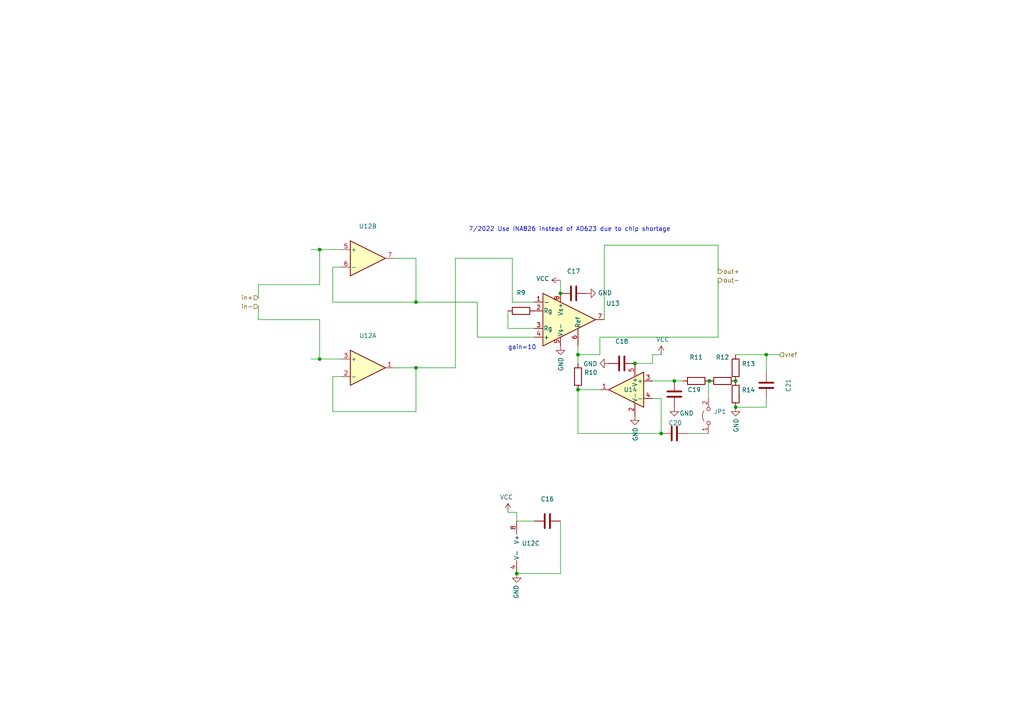
<source format=kicad_sch>
(kicad_sch (version 20211123) (generator eeschema)
  (paper "A4")
  (lib_symbols
    (symbol "0JLC-6:10" (pin_numbers hide) (pin_names (offset 0))
      (property "Reference" "R" (at 2.032 0 90))
      (property "Value" "10" (at 0 0 90))
      (symbol "10_0_1"
        (rectangle (start -1.016 -2.54) (end 1.016 2.54) (stroke (width 0.254)))
      )
      (symbol "10_1_1"
        (pin passive line (at 0 3.81 270) (length 1.27) (name "~") (number "1"))
        (pin passive line (at 0 -3.81 90) (length 1.27) (name "~") (number "2"))
      )
    )
    (symbol "0JLC-6:100" (pin_numbers hide) (pin_names (offset 0))
      (property "Reference" "R" (at 2.032 0 90))
      (property "Value" "100" (at 0 0 90))
      (symbol "100_0_1"
        (rectangle (start -1.016 -2.54) (end 1.016 2.54) (stroke (width 0.254)))
      )
      (symbol "100_1_1"
        (pin passive line (at 0 3.81 270) (length 1.27) (name "~") (number "1"))
        (pin passive line (at 0 -3.81 90) (length 1.27) (name "~") (number "2"))
      )
    )
    (symbol "0JLC-6:100nF" (pin_numbers hide) (pin_names (offset 0.254))
      (property "Reference" "C" (at 0.635 2.54 0))
      (property "Value" "100nF" (at 0.635 -2.54 0))
      (symbol "100nF_0_1"
        (polyline (pts (xy -2.032 -0.762) (xy 2.032 -0.762)) (stroke (width 0.508)))
        (polyline (pts (xy -2.032 0.762) (xy 2.032 0.762)) (stroke (width 0.508)))
      )
      (symbol "100nF_1_1"
        (pin passive line (at 0 3.81 270) (length 2.794) (name "~") (number "1"))
        (pin passive line (at 0 -3.81 90) (length 2.794) (name "~") (number "2"))
      )
    )
    (symbol "0JLC-6:10K" (pin_numbers hide) (pin_names (offset 0))
      (property "Reference" "R" (at 2.032 0 90))
      (property "Value" "10K" (at 0 0 90))
      (symbol "10K_0_1"
        (rectangle (start -1.016 -2.54) (end 1.016 2.54) (stroke (width 0.254)))
      )
      (symbol "10K_1_1"
        (pin passive line (at 0 3.81 270) (length 1.27) (name "~") (number "1"))
        (pin passive line (at 0 -3.81 90) (length 1.27) (name "~") (number "2"))
      )
    )
    (symbol "0JLC-6:10uF_1206_50V" (pin_numbers hide) (pin_names (offset 0.254))
      (property "Reference" "C" (at 0.635 2.54 0))
      (property "Value" "10uF_1206_50V" (at 0.635 -2.54 0))
      (symbol "10uF_1206_50V_0_1"
        (polyline (pts (xy -2.032 -0.762) (xy 2.032 -0.762)) (stroke (width 0.508)))
        (polyline (pts (xy -2.032 0.762) (xy 2.032 0.762)) (stroke (width 0.508)))
      )
      (symbol "10uF_1206_50V_1_1"
        (pin passive line (at 0 3.81 270) (length 2.794) (name "~") (number "1"))
        (pin passive line (at 0 -3.81 90) (length 2.794) (name "~") (number "2"))
      )
    )
    (symbol "0JLC-6:2K" (pin_numbers hide) (pin_names (offset 0))
      (property "Reference" "R" (at 2.032 0 90))
      (property "Value" "2K" (at 0 0 90))
      (symbol "2K_0_1"
        (rectangle (start -1.016 -2.54) (end 1.016 2.54) (stroke (width 0.254)))
      )
      (symbol "2K_1_1"
        (pin passive line (at 0 3.81 270) (length 1.27) (name "~") (number "1"))
        (pin passive line (at 0 -3.81 90) (length 1.27) (name "~") (number "2"))
      )
    )
    (symbol "0lbl_amp:INA826" (pin_names (offset 0.127))
      (property "Reference" "U" (at 3.81 7.62 0))
      (property "Value" "INA826" (at 3.81 5.08 0))
      (symbol "INA826_0_1"
        (polyline (pts (xy -7.62 7.62) (xy -7.62 -7.62) (xy 7.62 0) (xy -7.62 7.62)) (stroke (width 0.254)) (fill (type background)))
      )
      (symbol "INA826_1_1"
        (pin input line (at -10.16 5.08 0) (length 2.54) (name "-") (number "1"))
        (pin passive line (at -10.16 2.54 0) (length 2.54) (name "Rg") (number "2"))
        (pin passive line (at -10.16 -2.54 0) (length 2.54) (name "Rg") (number "3"))
        (pin input line (at -10.16 -5.08 0) (length 2.54) (name "+") (number "4"))
        (pin power_in line (at -2.54 -7.62 90) (length 2.54) (name "Vs-") (number "5"))
        (pin passive line (at 2.54 -7.62 90) (length 5.08) (name "Ref") (number "6"))
        (pin output line (at 10.16 0 180) (length 2.54) (name "~") (number "7"))
        (pin power_in line (at -2.54 7.62 270) (length 2.54) (name "Vs+") (number "8"))
      )
    )
    (symbol "Amplifier_Operational:OPA2376xxDGK" (pin_names (offset 0.127))
      (property "Reference" "U" (at 0 5.08 0))
      (property "Value" "OPA2376xxDGK" (at 0 -5.08 0))
      (symbol "OPA2376xxDGK_1_1"
        (polyline (pts (xy -5.08 5.08) (xy 5.08 0) (xy -5.08 -5.08) (xy -5.08 5.08)) (stroke (width 0.254)) (fill (type background)))
        (pin output line (at 7.62 0 180) (length 2.54) (name "~") (number "1"))
        (pin input line (at -7.62 -2.54 0) (length 2.54) (name "-") (number "2"))
        (pin input line (at -7.62 2.54 0) (length 2.54) (name "+") (number "3"))
      )
      (symbol "OPA2376xxDGK_2_1"
        (polyline (pts (xy -5.08 5.08) (xy 5.08 0) (xy -5.08 -5.08) (xy -5.08 5.08)) (stroke (width 0.254)) (fill (type background)))
        (pin input line (at -7.62 2.54 0) (length 2.54) (name "+") (number "5"))
        (pin input line (at -7.62 -2.54 0) (length 2.54) (name "-") (number "6"))
        (pin output line (at 7.62 0 180) (length 2.54) (name "~") (number "7"))
      )
      (symbol "OPA2376xxDGK_3_1"
        (pin power_in line (at -2.54 -7.62 90) (length 3.81) (name "V-") (number "4"))
        (pin power_in line (at -2.54 7.62 270) (length 3.81) (name "V+") (number "8"))
      )
    )
    (symbol "Amplifier_Operational:OPA333xxDBV" (pin_names (offset 0.127))
      (property "Reference" "U" (at -1.27 6.35 0))
      (property "Value" "OPA333xxDBV" (at -1.27 3.81 0))
      (symbol "OPA333xxDBV_0_1"
        (polyline (pts (xy -5.08 5.08) (xy 5.08 0) (xy -5.08 -5.08) (xy -5.08 5.08)) (stroke (width 0.254)) (fill (type background)))
        (pin power_in line (at -2.54 -7.62 90) (length 3.81) (name "V-") (number "2"))
        (pin power_in line (at -2.54 7.62 270) (length 3.81) (name "V+") (number "5"))
      )
      (symbol "OPA333xxDBV_1_1"
        (pin output line (at 7.62 0 180) (length 2.54) (name "~") (number "1"))
        (pin input line (at -7.62 2.54 0) (length 2.54) (name "+") (number "3"))
        (pin input line (at -7.62 -2.54 0) (length 2.54) (name "-") (number "4"))
      )
    )
    (symbol "Jumper:Jumper_2_Open" (pin_names (offset 0) hide)
      (property "Reference" "JP" (at 0 2.794 0))
      (property "Value" "Jumper_2_Open" (at 0 -2.286 0))
      (symbol "Jumper_2_Open_0_0"
        (circle (center -2.032 0) (radius 0.508))
        (circle (center 2.032 0) (radius 0.508))
      )
      (symbol "Jumper_2_Open_0_1"
        (arc (start 1.524 1.27) (mid 0 1.778) (end -1.524 1.27))
      )
      (symbol "Jumper_2_Open_1_1"
        (pin passive line (at -5.08 0 0) (length 2.54) (name "A") (number "1"))
        (pin passive line (at 5.08 0 180) (length 2.54) (name "B") (number "2"))
      )
    )
    (symbol "power:GND" (power) (pin_names (offset 0))
      (property "Value" "GND" (at 0 -3.81 0))
      (symbol "GND_0_1"
        (polyline (pts (xy 0 0) (xy 0 -1.27) (xy 1.27 -1.27) (xy 0 -2.54) (xy -1.27 -1.27) (xy 0 -1.27)))
      )
      (symbol "GND_1_1"
        (pin power_in line (at 0 0 270) (length 0) hide (name "GND") (number "1"))
      )
    )
    (symbol "power:VCC" (power) (pin_names (offset 0))
      (property "Value" "VCC" (at 0 3.81 0))
      (symbol "VCC_0_1"
        (polyline (pts (xy -0.762 1.27) (xy 0 2.54)))
        (polyline (pts (xy 0 0) (xy 0 2.54)))
        (polyline (pts (xy 0 2.54) (xy 0.762 1.27)))
      )
      (symbol "VCC_1_1"
        (pin power_in line (at 0 0 90) (length 0) hide (name "VCC") (number "1"))
      )
    )
  )
  (junction (at 205.74 110.49))
  (junction (at 222.25 102.87))
  (junction (at 167.64 102.87))
  (junction (at 213.36 118.11))
  (junction (at 213.36 110.49))
  (junction (at 162.56 85.09))
  (junction (at 191.77 125.73))
  (junction (at 167.64 113.03))
  (junction (at 149.86 166.37))
  (junction (at 184.15 105.41))
  (junction (at 92.71 104.14))
  (junction (at 195.58 110.49))
  (junction (at 92.71 72.39))
  (junction (at 120.65 106.68))
  (junction (at 120.65 87.63))
  (wire (pts (xy 74.93 82.55) (xy 92.71 82.55)))
  (wire (pts (xy 138.43 87.63) (xy 138.43 97.79)))
  (wire (pts (xy 189.23 110.49) (xy 195.58 110.49)))
  (wire (pts (xy 120.65 74.93) (xy 114.3 74.93)))
  (wire (pts (xy 92.71 92.71) (xy 92.71 104.14)))
  (wire (pts (xy 120.65 74.93) (xy 120.65 87.63)))
  (wire (pts (xy 173.99 97.79) (xy 208.28 97.79)))
  (wire (pts (xy 175.26 71.12) (xy 208.28 71.12)))
  (wire (pts (xy 184.15 105.41) (xy 189.23 105.41)))
  (wire (pts (xy 96.52 77.47) (xy 99.06 77.47)))
  (wire (pts (xy 92.71 92.71) (xy 74.93 92.71)))
  (wire (pts (xy 120.65 106.68) (xy 132.08 106.68)))
  (wire (pts (xy 96.52 109.22) (xy 99.06 109.22)))
  (wire (pts (xy 99.06 72.39) (xy 92.71 72.39)))
  (wire (pts (xy 120.65 119.38) (xy 96.52 119.38)))
  (wire (pts (xy 167.64 105.41) (xy 167.64 102.87)))
  (wire (pts (xy 162.56 151.13) (xy 162.56 166.37)))
  (wire (pts (xy 96.52 87.63) (xy 96.52 77.47)))
  (wire (pts (xy 191.77 115.57) (xy 189.23 115.57)))
  (wire (pts (xy 162.56 85.09) (xy 162.56 81.28)))
  (wire (pts (xy 222.25 118.11) (xy 213.36 118.11)))
  (wire (pts (xy 222.25 102.87) (xy 226.06 102.87)))
  (wire (pts (xy 148.59 74.93) (xy 148.59 87.63)))
  (wire (pts (xy 132.08 74.93) (xy 148.59 74.93)))
  (wire (pts (xy 162.56 166.37) (xy 149.86 166.37)))
  (wire (pts (xy 205.486 115.57) (xy 205.486 110.49)))
  (wire (pts (xy 120.65 87.63) (xy 138.43 87.63)))
  (wire (pts (xy 208.28 71.12) (xy 208.28 78.74)))
  (wire (pts (xy 222.25 102.87) (xy 222.25 107.95)))
  (wire (pts (xy 154.94 151.13) (xy 149.86 151.13)))
  (wire (pts (xy 132.08 106.68) (xy 132.08 74.93)))
  (wire (pts (xy 148.59 87.63) (xy 154.94 87.63)))
  (wire (pts (xy 167.64 102.87) (xy 167.64 100.33)))
  (wire (pts (xy 222.25 115.57) (xy 222.25 118.11)))
  (wire (pts (xy 175.26 92.71) (xy 175.26 71.12)))
  (wire (pts (xy 195.58 110.49) (xy 198.12 110.49)))
  (wire (pts (xy 120.65 106.68) (xy 114.3 106.68)))
  (wire (pts (xy 189.23 105.41) (xy 189.23 102.87)))
  (wire (pts (xy 92.71 82.55) (xy 92.71 72.39)))
  (wire (pts (xy 167.64 125.73) (xy 191.77 125.73)))
  (wire (pts (xy 92.71 104.14) (xy 90.17 104.14)))
  (wire (pts (xy 173.99 102.87) (xy 167.64 102.87)))
  (wire (pts (xy 92.71 72.39) (xy 90.17 72.39)))
  (wire (pts (xy 154.94 97.79) (xy 138.43 97.79)))
  (wire (pts (xy 74.93 82.55) (xy 74.93 86.36)))
  (wire (pts (xy 147.32 90.17) (xy 147.32 95.25)))
  (wire (pts (xy 120.65 106.68) (xy 120.65 119.38)))
  (wire (pts (xy 74.93 88.9) (xy 74.93 92.71)))
  (wire (pts (xy 199.39 125.73) (xy 205.486 125.73)))
  (wire (pts (xy 205.486 110.49) (xy 205.74 110.49)))
  (wire (pts (xy 96.52 119.38) (xy 96.52 109.22)))
  (wire (pts (xy 167.64 113.03) (xy 167.64 125.73)))
  (wire (pts (xy 120.65 87.63) (xy 96.52 87.63)))
  (wire (pts (xy 173.99 97.79) (xy 173.99 102.87)))
  (wire (pts (xy 213.36 102.87) (xy 222.25 102.87)))
  (wire (pts (xy 208.28 81.28) (xy 208.28 97.79)))
  (wire (pts (xy 191.77 125.73) (xy 191.77 115.57)))
  (wire (pts (xy 149.86 151.13) (xy 149.86 148.59)))
  (wire (pts (xy 147.32 95.25) (xy 154.94 95.25)))
  (wire (pts (xy 99.06 104.14) (xy 92.71 104.14)))
  (wire (pts (xy 189.23 102.87) (xy 191.77 102.87)))
  (wire (pts (xy 149.86 148.59) (xy 147.32 148.59)))
  (wire (pts (xy 167.64 113.03) (xy 173.99 113.03)))
  (text "7/2022 Use INA826 instead of AD623 due to chip shortage" (at 135.89 67.31 0) (effects (font (size 1.27 1.27)) (justify left bottom)))
  (text "gain=10" (at 147.32 101.6 0) (effects (font (size 1.27 1.27)) (justify left bottom)))
  (hierarchical_label "in-" (shape input) (at 74.93 88.9 180))
  (hierarchical_label "out+" (shape output) (at 208.28 78.74 0))
  (hierarchical_label "in+" (shape input) (at 74.93 86.36 180))
  (hierarchical_label "out-" (shape output) (at 208.28 81.28 0))
  (hierarchical_label "vref" (shape input) (at 226.06 102.87 0))
  (symbol (lib_id "0JLC-6:100nF") (at 158.75 151.13 90) (mirror x) (unit 1)
    (property "Reference" "C16" (at 158.75 144.7292 90))
    (property "LCSC" "C14663" (effects hide))
    (property "MPN" "CC0603KRX7R9BB104" (effects hide))
  )
  (symbol (lib_id "power:GND") (at 149.86 166.37 0) (mirror y) (unit 1)
    (property "Reference" "#PWR041" (effects hide))
    (property "Value" "GND" (at 149.733 169.6212 90) (effects (justify right)))
  )
  (symbol (lib_id "power:VCC") (at 147.32 148.59 0) (mirror y) (unit 1)
    (property "Reference" "#PWR040" (effects hide))
    (property "Value" "VCC" (at 146.8882 144.1958 0))
  )
  (symbol (lib_id "0JLC-6:10") (at 167.64 109.22 180) (unit 1)
    (property "Reference" "R10" (at 169.418 108.0516 0) (effects (justify right)))
    (property "LCSC" "C22859" (effects hide))
    (property "MPN" "0603WAF100JT5E" (effects hide))
  )
  (symbol (lib_id "power:GND") (at 184.15 120.65 0) (unit 1)
    (property "Reference" "#PWR046" (effects hide))
    (property "Value" "GND" (at 184.277 123.9012 90) (effects (justify right)))
  )
  (symbol (lib_id "power:GND") (at 162.56 100.33 0) (unit 1)
    (property "Reference" "#PWR043" (effects hide))
    (property "Value" "GND" (at 162.687 103.5812 90) (effects (justify right)))
  )
  (symbol (lib_id "0JLC-6:100nF") (at 180.34 105.41 270) (unit 1)
    (property "Reference" "C18" (at 180.34 99.0092 90))
    (property "LCSC" "C14663" (effects hide))
    (property "MPN" "CC0603KRX7R9BB104" (effects hide))
  )
  (symbol (lib_id "power:GND") (at 176.53 105.41 270) (unit 1)
    (property "Reference" "#PWR045" (effects hide))
    (property "Value" "GND" (at 173.2788 105.537 90) (effects (justify right)))
  )
  (symbol (lib_id "power:GND") (at 170.18 85.09 90) (unit 1)
    (property "Reference" "#PWR044" (effects hide))
    (property "Value" "GND" (at 173.4312 84.963 90) (effects (justify right)))
  )
  (symbol (lib_id "0JLC-6:100nF") (at 166.37 85.09 270) (unit 1)
    (property "Reference" "C17" (at 166.37 78.6892 90))
    (property "LCSC" "C14663" (effects hide))
    (property "MPN" "CC0603KRX7R9BB104" (effects hide))
  )
  (symbol (lib_id "power:VCC") (at 162.56 81.28 90) (unit 1)
    (property "Reference" "#PWR042" (effects hide))
    (property "Value" "VCC" (at 159.3342 80.8228 90) (effects (justify left)))
  )
  (symbol (lib_id "power:VCC") (at 191.77 102.87 0) (unit 1)
    (property "Reference" "#PWR047" (effects hide))
    (property "Value" "VCC" (at 192.2018 98.4758 0))
  )
  (symbol (lib_id "0JLC-6:10K") (at 213.36 106.68 0) (unit 1)
    (property "Reference" "R13" (at 215.138 105.5116 0) (effects (justify left)))
    (property "LCSC" "C25804" (effects hide))
    (property "MPN" "0603WAF1002T5E" (effects hide))
  )
  (symbol (lib_id "0JLC-6:10K") (at 213.36 114.3 0) (unit 1)
    (property "Reference" "R14" (at 215.138 113.1316 0) (effects (justify left)))
    (property "LCSC" "C25804" (effects hide))
    (property "MPN" "0603WAF1002T5E" (effects hide))
  )
  (symbol (lib_id "power:GND") (at 213.36 118.11 0) (unit 1)
    (property "Reference" "#PWR049" (effects hide))
    (property "Value" "GND" (at 213.487 121.3612 90) (effects (justify right)))
  )
  (symbol (lib_id "0JLC-6:100") (at 151.13 90.17 270) (unit 1)
    (property "Reference" "R9" (at 151.13 84.9122 90))
    (property "LCSC" "C23069" (effects hide))
    (property "MPN" "0603WAF5491T5E" (effects hide))
  )
  (symbol (lib_id "Amplifier_Operational:OPA2376xxDGK") (at 106.68 106.68 0) (unit 1)
    (property "Reference" "U12" (at 106.68 97.3582 0))
    (property "Datasheet" "http://www.ti.com/lit/ds/symlink/opa333.pdf" (effects hide))
    (property "LCSC" "C1517414" (effects hide))
    (property "MPN" "OPA2388IDR" (effects hide))
    (property "Field5" "C46316 / OPA2376" (effects hide))
  )
  (symbol (lib_id "Amplifier_Operational:OPA2376xxDGK") (at 106.68 74.93 0) (unit 2)
    (property "Reference" "U12" (at 106.68 65.6082 0))
    (property "Datasheet" "http://www.ti.com/lit/ds/symlink/opa333.pdf" (effects hide))
    (property "LCSC" "C1517414" (effects hide))
    (property "MPN" "OPA2388IDR" (effects hide))
    (property "Field5" "C46316 / OPA2376" (effects hide))
  )
  (symbol (lib_id "Amplifier_Operational:OPA2376xxDGK") (at 152.4 158.75 0) (unit 3)
    (property "Reference" "U12" (at 151.3332 157.5816 0) (effects (justify left)))
    (property "Datasheet" "http://www.ti.com/lit/ds/symlink/opa333.pdf" (effects hide))
    (property "LCSC" "C1517414" (effects hide))
    (property "MPN" "OPA2388IDR" (effects hide))
    (property "Field5" "C46316 / OPA2376" (effects hide))
  )
  (symbol (lib_id "Amplifier_Operational:OPA333xxDBV") (at 181.61 113.03 0) (mirror y) (unit 1)
    (property "Reference" "U14" (at 182.88 113.03 0))
    (property "Datasheet" "http://www.ti.com/lit/ds/symlink/opa333.pdf" (effects hide))
    (property "LCSC" "C30878" (effects hide))
    (property "MPN" "OPA333AIDBVR" (effects hide))
  )
  (symbol (lib_id "power:GND") (at 195.58 118.11 0) (unit 1)
    (property "Reference" "#PWR048" (effects hide))
  )
  (symbol (lib_id "0lbl_amp:INA826") (at 165.1 92.71 0) (unit 1)
    (property "Reference" "U13" (at 177.8 88.011 0))
    (property "Datasheet" "https://www.ti.com/lit/ds/symlink/ina826.pdf" (effects hide))
    (property "LCSC" "C38433" (effects hide))
    (property "MPN" "INA826AIDR" (effects hide))
  )
  (symbol (lib_id "0JLC-6:10uF_1206_50V") (at 195.58 125.73 90) (unit 1)
    (property "Reference" "C20" (at 195.834 122.682 90))
    (property "LCSC" "C396816" (effects hide))
    (property "MPN" "1210X476K6R3CT" (effects hide))
  )
  (symbol (lib_id "0JLC-6:100nF") (at 222.25 111.76 180) (unit 1)
    (property "Reference" "C21" (at 228.6508 111.76 90))
    (property "LCSC" "C14663" (effects hide))
    (property "MPN" "CC0603KRX7R9BB104" (effects hide))
  )
  (symbol (lib_id "Jumper:Jumper_2_Open") (at 205.486 120.65 90) (unit 1)
    (property "Reference" "JP1" (at 207.01 119.3799 90) (effects (justify right)))
  )
  (symbol (lib_id "0JLC-6:10uF_1206_50V") (at 195.58 114.3 0) (unit 1)
    (property "Reference" "C19" (at 199.39 113.0299 0) (effects (justify left)))
    (property "LCSC" "C318781" (effects hide))
    (property "MPN" "CL32B106KAULNNE" (effects hide))
  )
  (symbol (lib_id "0JLC-6:2K") (at 209.55 110.49 90) (unit 1)
    (property "Reference" "R12" (at 209.55 103.632 90))
    (property "LCSC" "C22975" (effects hide))
    (property "MPN" "0603WAF2001T5E" (effects hide))
  )
  (symbol (lib_id "0JLC-6:100") (at 201.93 110.49 90) (unit 1)
    (property "Reference" "R11" (at 201.93 103.632 90))
    (property "LCSC" "C22775" (effects hide))
    (property "MPN" "0603WAF1000T5E" (effects hide))
  )
)
</source>
